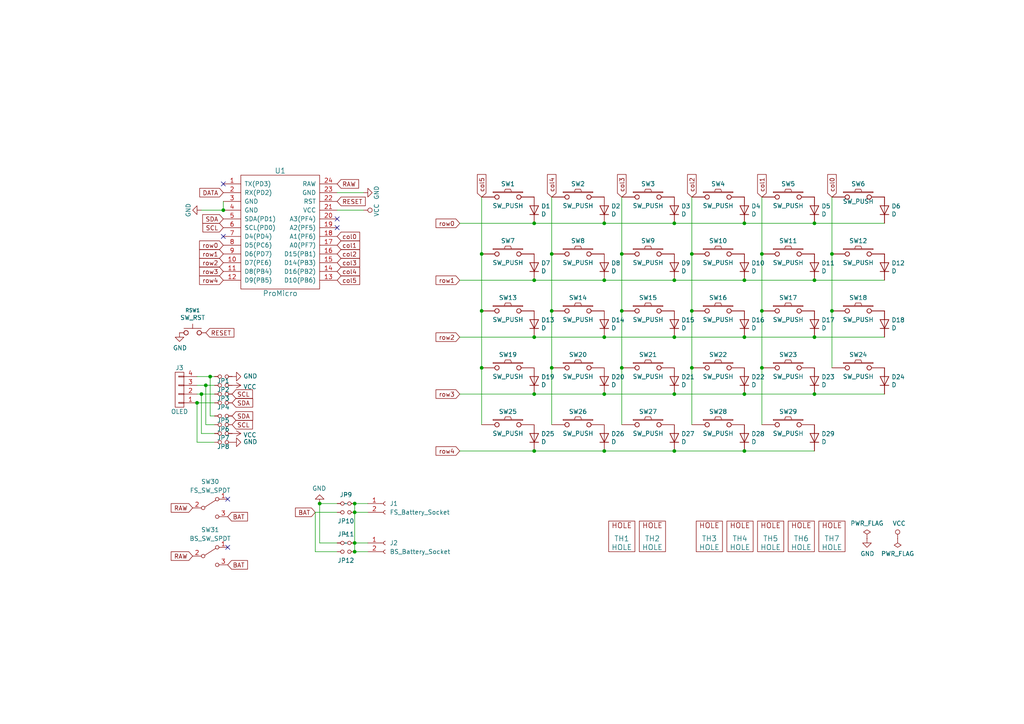
<source format=kicad_sch>
(kicad_sch (version 20230121) (generator eeschema)
  (paper "A4")
  (lib_symbols
    (symbol "Connector:Conn_01x02_Socket" (pin_names (offset 1.016) hide)
      (property "Reference" "J" (at 0 2.54 0))
      (property "Value" "Conn_01x02_Socket" (at 0 -5.08 0))
      (symbol "Conn_01x02_Socket_1_1"
        (arc (start 0 -2.032) (mid -0.5058 -2.54) (end 0 -3.048) (stroke (width 0.1524)))
        (polyline (pts (xy -1.27 -2.54) (xy -0.508 -2.54)) (stroke (width 0.1524)))
        (polyline (pts (xy -1.27 0) (xy -0.508 0)) (stroke (width 0.1524)))
        (arc (start 0 0.508) (mid -0.5058 0) (end 0 -0.508) (stroke (width 0.1524)))
        (pin passive line (at -5.08 0 0) (length 3.81) (name "Pin_1") (number "1"))
        (pin passive line (at -5.08 -2.54 0) (length 3.81) (name "Pin_2") (number "2"))
      )
    )
    (symbol "Lily58_Pro-rescue:D-Lily58-cache" (pin_numbers hide) (pin_names (offset 1.016) hide)
      (property "Reference" "D" (at 0 2.54 0))
      (property "Value" "Lily58-cache:D" (at 0 -2.54 0))
      (symbol "D-Lily58-cache_0_1"
        (polyline (pts (xy -1.27 1.27) (xy -1.27 -1.27)) (stroke (width 0.2032)))
        (polyline (pts (xy 1.27 0) (xy -1.27 0)))
        (polyline (pts (xy 1.27 1.27) (xy 1.27 -1.27) (xy -1.27 0) (xy 1.27 1.27)) (stroke (width 0.2032)))
      )
      (symbol "D-Lily58-cache_1_1"
        (pin passive line (at -3.81 0 0) (length 2.54) (name "K") (number "1"))
        (pin passive line (at 3.81 0 180) (length 2.54) (name "A") (number "2"))
      )
    )
    (symbol "Lily58_Pro-rescue:GND-Lily58-cache" (power) (pin_names (offset 0))
      (property "Value" "GND-Lily58-cache" (at 0 -3.81 0))
      (symbol "GND-Lily58-cache_1_1"
        (polyline (pts (xy 0 0) (xy 0 -1.27) (xy 1.27 -1.27) (xy 0 -2.54) (xy -1.27 -1.27) (xy 0 -1.27)))
        (pin power_in line (at 0 0 0) (length 0) hide (name "GND") (number "1"))
      )
    )
    (symbol "Lily58_Pro-rescue:HOLE-Lily58-cache" (pin_names (offset 1.016))
      (property "Reference" "U" (at 0 0 0))
      (property "Value" "Lily58-cache:HOLE" (at 0 -5.08 0))
      (symbol "HOLE-Lily58-cache_0_0"
        (text "HOLE" (at 0 3.81 0) (effects (font (size 1.524 1.524))))
      )
      (symbol "HOLE-Lily58-cache_0_1"
        (rectangle (start 3.81 5.08) (end -3.81 -3.81))
      )
    )
    (symbol "Lily58_Pro-rescue:Jumper_NO_Small-Device" (pin_numbers hide) (pin_names (offset 0.762) hide)
      (property "Reference" "JP" (at 0 2.032 0))
      (property "Value" "Device:Jumper_NO_Small" (at 0.254 -1.524 0))
      (symbol "Jumper_NO_Small-Device_0_1"
        (circle (center -1.016 0) (radius 0.508))
        (circle (center 1.016 0) (radius 0.508))
        (pin passive line (at -2.54 0 0) (length 1.016) (name "1") (number "1"))
        (pin passive line (at 2.54 0 180) (length 1.016) (name "2") (number "2"))
      )
    )
    (symbol "Lily58_Pro-rescue:OLED-Lily58-cache" (pin_names (offset 1.016) hide)
      (property "Reference" "J" (at 0 6.35 0))
      (property "Value" "Lily58-cache:OLED" (at 2.54 0 90))
      (symbol "OLED-Lily58-cache_0_1"
        (rectangle (start -1.27 -3.683) (end 0.254 -3.937))
        (rectangle (start -1.27 -1.143) (end 0.254 -1.397))
        (rectangle (start -1.27 1.397) (end 0.254 1.143))
        (rectangle (start -1.27 3.937) (end 0.254 3.683))
        (rectangle (start -1.27 5.08) (end 1.27 -5.08))
      )
      (symbol "OLED-Lily58-cache_1_1"
        (pin passive line (at -5.08 3.81 0) (length 3.81) (name "P1") (number "1"))
        (pin passive line (at -5.08 1.27 0) (length 3.81) (name "P2") (number "2"))
        (pin passive line (at -5.08 -1.27 0) (length 3.81) (name "P3") (number "3"))
        (pin passive line (at -5.08 -3.81 0) (length 3.81) (name "P4") (number "4"))
      )
    )
    (symbol "Lily58_Pro-rescue:PWR_FLAG-Lily58-cache" (power) (pin_numbers hide) (pin_names (offset 0) hide)
      (property "Value" "PWR_FLAG-Lily58-cache" (at 0 3.81 0))
      (symbol "PWR_FLAG-Lily58-cache_0_0"
        (pin power_out line (at 0 0 90) (length 0) (name "pwr") (number "1"))
      )
      (symbol "PWR_FLAG-Lily58-cache_0_1"
        (polyline (pts (xy 0 0) (xy 0 1.27) (xy -1.016 1.905) (xy 0 2.54) (xy 1.016 1.905) (xy 0 1.27)))
      )
    )
    (symbol "Lily58_Pro-rescue:ProMicro_2-Lily58-cache" (pin_names (offset 1.016))
      (property "Reference" "U" (at 0 17.78 0))
      (property "Value" "Lily58-cache:ProMicro_2" (at 0 -17.78 0))
      (symbol "ProMicro_2-Lily58-cache_0_1"
        (rectangle (start -11.43 16.51) (end 11.43 -16.51))
      )
      (symbol "ProMicro_2-Lily58-cache_1_1"
        (pin input line (at -16.51 13.97 0) (length 5.08) (name "TX(PD3)") (number "1"))
        (pin input line (at -16.51 -8.89 0) (length 5.08) (name "D7(PE6)") (number "10"))
        (pin input line (at -16.51 -11.43 0) (length 5.08) (name "D8(PB4)") (number "11"))
        (pin input line (at -16.51 -13.97 0) (length 5.08) (name "D9(PB5)") (number "12"))
        (pin input line (at 16.51 -13.97 180) (length 5.08) (name "D10(PB6)") (number "13"))
        (pin input line (at 16.51 -11.43 180) (length 5.08) (name "D16(PB2)") (number "14"))
        (pin input line (at 16.51 -8.89 180) (length 5.08) (name "D14(PB3)") (number "15"))
        (pin input line (at 16.51 -6.35 180) (length 5.08) (name "D15(PB1)") (number "16"))
        (pin input line (at 16.51 -3.81 180) (length 5.08) (name "A0(PF7)") (number "17"))
        (pin input line (at 16.51 -1.27 180) (length 5.08) (name "A1(PF6)") (number "18"))
        (pin input line (at 16.51 1.27 180) (length 5.08) (name "A2(PF5)") (number "19"))
        (pin input line (at -16.51 11.43 0) (length 5.08) (name "RX(PD2)") (number "2"))
        (pin input line (at 16.51 3.81 180) (length 5.08) (name "A3(PF4)") (number "20"))
        (pin input line (at 16.51 6.35 180) (length 5.08) (name "VCC") (number "21"))
        (pin input line (at 16.51 8.89 180) (length 5.08) (name "RST") (number "22"))
        (pin input line (at 16.51 11.43 180) (length 5.08) (name "GND") (number "23"))
        (pin input line (at 16.51 13.97 180) (length 5.08) (name "RAW") (number "24"))
        (pin input line (at -16.51 8.89 0) (length 5.08) (name "GND") (number "3"))
        (pin input line (at -16.51 6.35 0) (length 5.08) (name "GND") (number "4"))
        (pin input line (at -16.51 3.81 0) (length 5.08) (name "SDA(PD1)") (number "5"))
        (pin input line (at -16.51 1.27 0) (length 5.08) (name "SCL(PD0)") (number "6"))
        (pin input line (at -16.51 -1.27 0) (length 5.08) (name "D4(PD4)") (number "7"))
        (pin input line (at -16.51 -3.81 0) (length 5.08) (name "D5(PC6)") (number "8"))
        (pin input line (at -16.51 -6.35 0) (length 5.08) (name "D6(PD7)") (number "9"))
      )
    )
    (symbol "Lily58_Pro-rescue:SW_PUSH-Lily58-cache" (pin_numbers hide) (pin_names (offset 1.016) hide)
      (property "Reference" "SW" (at 3.81 2.794 0))
      (property "Value" "Lily58-cache:SW_PUSH" (at 0 -2.032 0))
      (symbol "SW_PUSH-Lily58-cache_0_1"
        (rectangle (start -4.318 1.27) (end 4.318 1.524))
        (polyline (pts (xy -1.016 1.524) (xy -0.762 2.286) (xy 0.762 2.286) (xy 1.016 1.524)))
        (pin passive inverted (at -7.62 0 0) (length 5.08) (name "1") (number "1"))
        (pin passive inverted (at 7.62 0 180) (length 5.08) (name "2") (number "2"))
      )
    )
    (symbol "Lily58_Pro-rescue:SW_RST-Lily58-cache" (pin_numbers hide) (pin_names (offset 1.016) hide)
      (property "Reference" "RSW" (at 2.54 2.54 0))
      (property "Value" "Lily58-cache:SW_RST" (at 0 -2.54 0))
      (symbol "SW_RST-Lily58-cache_0_1"
        (polyline (pts (xy -2.54 1.27) (xy 2.54 1.27)))
        (polyline (pts (xy 0 2.54) (xy 0 1.27)))
        (pin passive inverted (at -3.81 0 0) (length 2.54) (name "1") (number "1"))
        (pin passive inverted (at 3.81 0 180) (length 2.54) (name "2") (number "2"))
      )
    )
    (symbol "Lily58_Pro-rescue:VCC-Lily58-cache" (power) (pin_names (offset 0))
      (property "Value" "VCC-Lily58-cache" (at 0 3.81 0))
      (symbol "VCC-Lily58-cache_0_1"
        (polyline (pts (xy 0 0) (xy 0 1.27)))
        (circle (center 0 1.905) (radius 0.635))
      )
      (symbol "VCC-Lily58-cache_1_1"
        (pin power_in line (at 0 0 90) (length 0) hide (name "VCC") (number "1"))
      )
    )
    (symbol "Switch:SW_SPDT" (pin_names (offset 0) hide)
      (property "Reference" "SW" (at 0 4.318 0))
      (property "Value" "SW_SPDT" (at 0 -5.08 0))
      (symbol "SW_SPDT_0_0"
        (circle (center -2.032 0) (radius 0.508))
        (circle (center 2.032 -2.54) (radius 0.508))
      )
      (symbol "SW_SPDT_0_1"
        (polyline (pts (xy -1.524 0.254) (xy 1.651 2.286)))
        (circle (center 2.032 2.54) (radius 0.508))
      )
      (symbol "SW_SPDT_1_1"
        (pin passive line (at 5.08 2.54 180) (length 2.54) (name "A") (number "1"))
        (pin passive line (at -5.08 0 0) (length 2.54) (name "B") (number "2"))
        (pin passive line (at 5.08 -2.54 180) (length 2.54) (name "C") (number "3"))
      )
    )
    (symbol "power:GND" (power) (pin_names (offset 0))
      (property "Value" "GND" (at 0 -3.81 0))
      (symbol "GND_0_1"
        (polyline (pts (xy 0 0) (xy 0 -1.27) (xy 1.27 -1.27) (xy 0 -2.54) (xy -1.27 -1.27) (xy 0 -1.27)))
      )
      (symbol "GND_1_1"
        (pin power_in line (at 0 0 270) (length 0) hide (name "GND") (number "1"))
      )
    )
    (symbol "power:VCC" (power) (pin_names (offset 0))
      (property "Value" "VCC" (at 0 3.81 0))
      (symbol "VCC_0_1"
        (polyline (pts (xy -0.762 1.27) (xy 0 2.54)))
        (polyline (pts (xy 0 0) (xy 0 2.54)))
        (polyline (pts (xy 0 2.54) (xy 0.762 1.27)))
      )
      (symbol "VCC_1_1"
        (pin power_in line (at 0 0 90) (length 0) hide (name "VCC") (number "1"))
      )
    )
  )
  (junction (at 102.87 160.02))
  (junction (at 102.87 157.48))
  (junction (at 102.87 148.59))
  (junction (at 195.58 64.77))
  (junction (at 215.9 81.28))
  (junction (at 200.66 73.66))
  (junction (at 160.02 106.68))
  (junction (at 195.58 130.81))
  (junction (at 59.69 111.76))
  (junction (at 180.34 73.66))
  (junction (at 175.26 81.28))
  (junction (at 236.22 81.28))
  (junction (at 241.3 73.66))
  (junction (at 154.94 130.81))
  (junction (at 154.94 64.77))
  (junction (at 175.26 130.81))
  (junction (at 154.94 81.28))
  (junction (at 175.26 64.77))
  (junction (at 160.02 73.66))
  (junction (at 215.9 114.3))
  (junction (at 220.98 106.68))
  (junction (at 60.96 109.22))
  (junction (at 195.58 114.3))
  (junction (at 236.22 64.77))
  (junction (at 215.9 97.79))
  (junction (at 200.66 106.68))
  (junction (at 180.34 90.17))
  (junction (at 215.9 130.81))
  (junction (at 154.94 114.3))
  (junction (at 139.7 73.66))
  (junction (at 215.9 64.77))
  (junction (at 236.22 114.3))
  (junction (at 92.71 146.05))
  (junction (at 64.77 60.96))
  (junction (at 241.3 90.17))
  (junction (at 175.26 97.79))
  (junction (at 195.58 81.28))
  (junction (at 220.98 73.66))
  (junction (at 236.22 97.79))
  (junction (at 139.7 90.17))
  (junction (at 195.58 97.79))
  (junction (at 220.98 90.17))
  (junction (at 180.34 106.68))
  (junction (at 175.26 114.3))
  (junction (at 154.94 97.79))
  (junction (at 102.87 146.05))
  (junction (at 200.66 90.17))
  (junction (at 58.42 114.3))
  (junction (at 160.02 90.17))
  (junction (at 57.15 116.84))
  (junction (at 139.7 106.68))
  (no_connect (at 64.77 53.34))
  (no_connect (at 66.04 158.75))
  (no_connect (at 97.79 66.04))
  (no_connect (at 97.79 63.5))
  (no_connect (at 64.77 68.58))
  (no_connect (at 66.04 144.78))
  (wire (pts (xy 59.69 111.76) (xy 62.23 111.76)))
  (wire (pts (xy 139.7 90.17) (xy 139.7 106.68)))
  (wire (pts (xy 215.9 97.79) (xy 236.22 97.79)))
  (wire (pts (xy 195.58 130.81) (xy 215.9 130.81)))
  (wire (pts (xy 57.15 128.27) (xy 62.23 128.27)))
  (wire (pts (xy 102.87 146.05) (xy 102.87 148.59)))
  (wire (pts (xy 97.79 148.59) (xy 91.44 148.59)))
  (wire (pts (xy 154.94 64.77) (xy 133.35 64.77)))
  (wire (pts (xy 215.9 114.3) (xy 236.22 114.3)))
  (wire (pts (xy 200.66 57.15) (xy 200.66 73.66)))
  (wire (pts (xy 200.66 90.17) (xy 200.66 106.68)))
  (wire (pts (xy 60.96 109.22) (xy 60.96 120.65)))
  (wire (pts (xy 180.34 57.15) (xy 180.34 73.66)))
  (wire (pts (xy 154.94 97.79) (xy 133.35 97.79)))
  (wire (pts (xy 139.7 57.15) (xy 139.7 73.66)))
  (wire (pts (xy 160.02 90.17) (xy 160.02 106.68)))
  (wire (pts (xy 236.22 97.79) (xy 256.54 97.79)))
  (wire (pts (xy 58.42 125.73) (xy 62.23 125.73)))
  (wire (pts (xy 91.44 160.02) (xy 97.79 160.02)))
  (wire (pts (xy 175.26 114.3) (xy 195.58 114.3)))
  (wire (pts (xy 215.9 81.28) (xy 236.22 81.28)))
  (wire (pts (xy 59.69 111.76) (xy 59.69 123.19)))
  (wire (pts (xy 97.79 55.88) (xy 105.41 55.88)))
  (wire (pts (xy 215.9 130.81) (xy 236.22 130.81)))
  (wire (pts (xy 236.22 64.77) (xy 256.54 64.77)))
  (wire (pts (xy 91.44 148.59) (xy 91.44 160.02)))
  (wire (pts (xy 175.26 81.28) (xy 154.94 81.28)))
  (wire (pts (xy 154.94 114.3) (xy 133.35 114.3)))
  (wire (pts (xy 57.15 111.76) (xy 59.69 111.76)))
  (wire (pts (xy 139.7 73.66) (xy 139.7 90.17)))
  (wire (pts (xy 64.77 60.96) (xy 58.42 60.96)))
  (wire (pts (xy 220.98 57.15) (xy 220.98 73.66)))
  (wire (pts (xy 180.34 90.17) (xy 180.34 106.68)))
  (wire (pts (xy 97.79 60.96) (xy 105.41 60.96)))
  (wire (pts (xy 58.42 114.3) (xy 58.42 125.73)))
  (wire (pts (xy 160.02 73.66) (xy 160.02 90.17)))
  (wire (pts (xy 236.22 114.3) (xy 256.54 114.3)))
  (wire (pts (xy 57.15 114.3) (xy 58.42 114.3)))
  (wire (pts (xy 57.15 109.22) (xy 60.96 109.22)))
  (wire (pts (xy 180.34 106.68) (xy 180.34 123.19)))
  (wire (pts (xy 195.58 81.28) (xy 215.9 81.28)))
  (wire (pts (xy 92.71 157.48) (xy 92.71 146.05)))
  (wire (pts (xy 175.26 81.28) (xy 195.58 81.28)))
  (wire (pts (xy 175.26 130.81) (xy 195.58 130.81)))
  (wire (pts (xy 180.34 73.66) (xy 180.34 90.17)))
  (wire (pts (xy 160.02 57.15) (xy 160.02 73.66)))
  (wire (pts (xy 241.3 73.66) (xy 241.3 57.15)))
  (wire (pts (xy 220.98 106.68) (xy 220.98 90.17)))
  (wire (pts (xy 195.58 114.3) (xy 215.9 114.3)))
  (wire (pts (xy 59.69 123.19) (xy 62.23 123.19)))
  (wire (pts (xy 220.98 73.66) (xy 220.98 90.17)))
  (wire (pts (xy 195.58 64.77) (xy 215.9 64.77)))
  (wire (pts (xy 195.58 97.79) (xy 215.9 97.79)))
  (wire (pts (xy 60.96 120.65) (xy 62.23 120.65)))
  (wire (pts (xy 102.87 146.05) (xy 106.68 146.05)))
  (wire (pts (xy 175.26 64.77) (xy 195.58 64.77)))
  (wire (pts (xy 236.22 81.28) (xy 256.54 81.28)))
  (wire (pts (xy 102.87 148.59) (xy 102.87 157.48)))
  (wire (pts (xy 60.96 109.22) (xy 62.23 109.22)))
  (wire (pts (xy 175.26 64.77) (xy 154.94 64.77)))
  (wire (pts (xy 139.7 106.68) (xy 139.7 123.19)))
  (wire (pts (xy 154.94 81.28) (xy 133.35 81.28)))
  (wire (pts (xy 200.66 73.66) (xy 200.66 90.17)))
  (wire (pts (xy 220.98 106.68) (xy 220.98 123.19)))
  (wire (pts (xy 102.87 148.59) (xy 106.68 148.59)))
  (wire (pts (xy 62.23 116.84) (xy 57.15 116.84)))
  (wire (pts (xy 200.66 106.68) (xy 200.66 123.19)))
  (wire (pts (xy 175.26 114.3) (xy 154.94 114.3)))
  (wire (pts (xy 102.87 157.48) (xy 106.68 157.48)))
  (wire (pts (xy 241.3 90.17) (xy 241.3 106.68)))
  (wire (pts (xy 102.87 160.02) (xy 106.68 160.02)))
  (wire (pts (xy 175.26 97.79) (xy 154.94 97.79)))
  (wire (pts (xy 58.42 114.3) (xy 62.23 114.3)))
  (wire (pts (xy 64.77 58.42) (xy 64.77 60.96)))
  (wire (pts (xy 57.15 116.84) (xy 57.15 128.27)))
  (wire (pts (xy 236.22 64.77) (xy 215.9 64.77)))
  (wire (pts (xy 241.3 90.17) (xy 241.3 73.66)))
  (wire (pts (xy 97.79 157.48) (xy 92.71 157.48)))
  (wire (pts (xy 102.87 157.48) (xy 102.87 160.02)))
  (wire (pts (xy 97.79 146.05) (xy 92.71 146.05)))
  (wire (pts (xy 133.35 130.81) (xy 154.94 130.81)))
  (wire (pts (xy 160.02 106.68) (xy 160.02 123.19)))
  (wire (pts (xy 154.94 130.81) (xy 175.26 130.81)))
  (wire (pts (xy 175.26 97.79) (xy 195.58 97.79)))
  (global_label "col3" (shape input) (at 180.34 57.15 90) (property "Intersheetrefs" "${INTERSHEET_REFS}" (effects hide)))
  (global_label "row0" (shape input) (at 64.77 71.12 180) (property "Intersheetrefs" "${INTERSHEET_REFS}" (effects hide)))
  (global_label "BAT" (shape input) (at 66.04 163.83 0) (property "Intersheetrefs" "${INTERSHEET_REFS}" (effects hide)))
  (global_label "BAT" (shape input) (at 66.04 149.86 0) (property "Intersheetrefs" "${INTERSHEET_REFS}" (effects hide)))
  (global_label "row3" (shape input) (at 64.77 78.74 180) (property "Intersheetrefs" "${INTERSHEET_REFS}" (effects hide)))
  (global_label "BAT" (shape input) (at 91.44 148.59 180) (property "Intersheetrefs" "${INTERSHEET_REFS}" (effects hide)))
  (global_label "SCL" (shape input) (at 67.31 123.19 0) (property "Intersheetrefs" "${INTERSHEET_REFS}" (effects hide)))
  (global_label "col4" (shape input) (at 160.02 57.15 90) (property "Intersheetrefs" "${INTERSHEET_REFS}" (effects hide)))
  (global_label "col2" (shape input) (at 200.66 57.15 90) (property "Intersheetrefs" "${INTERSHEET_REFS}" (effects hide)))
  (global_label "col1" (shape input) (at 97.79 71.12 0) (property "Intersheetrefs" "${INTERSHEET_REFS}" (effects hide)))
  (global_label "SCL" (shape input) (at 64.77 66.04 180) (property "Intersheetrefs" "${INTERSHEET_REFS}" (effects hide)))
  (global_label "row0" (shape input) (at 133.35 64.77 180) (property "Intersheetrefs" "${INTERSHEET_REFS}" (effects hide)))
  (global_label "SDA" (shape input) (at 67.31 116.84 0) (property "Intersheetrefs" "${INTERSHEET_REFS}" (effects hide)))
  (global_label "col2" (shape input) (at 97.79 73.66 0) (property "Intersheetrefs" "${INTERSHEET_REFS}" (effects hide)))
  (global_label "RAW" (shape input) (at 55.88 161.29 180) (property "Intersheetrefs" "${INTERSHEET_REFS}" (effects hide)))
  (global_label "row1" (shape input) (at 133.35 81.28 180) (property "Intersheetrefs" "${INTERSHEET_REFS}" (effects hide)))
  (global_label "col3" (shape input) (at 97.79 76.2 0) (property "Intersheetrefs" "${INTERSHEET_REFS}" (effects hide)))
  (global_label "row2" (shape input) (at 133.35 97.79 180) (property "Intersheetrefs" "${INTERSHEET_REFS}" (effects hide)))
  (global_label "row4" (shape input) (at 64.77 81.28 180) (property "Intersheetrefs" "${INTERSHEET_REFS}" (effects hide)))
  (global_label "row4" (shape input) (at 133.35 130.81 180) (property "Intersheetrefs" "${INTERSHEET_REFS}" (effects hide)))
  (global_label "RESET" (shape input) (at 97.79 58.42 0) (property "Intersheetrefs" "${INTERSHEET_REFS}" (effects hide)))
  (global_label "RESET" (shape input) (at 59.69 96.52 0) (property "Intersheetrefs" "${INTERSHEET_REFS}" (effects hide)))
  (global_label "SCL" (shape input) (at 67.31 114.3 0) (property "Intersheetrefs" "${INTERSHEET_REFS}" (effects hide)))
  (global_label "row2" (shape input) (at 64.77 76.2 180) (property "Intersheetrefs" "${INTERSHEET_REFS}" (effects hide)))
  (global_label "SDA" (shape input) (at 64.77 63.5 180) (property "Intersheetrefs" "${INTERSHEET_REFS}" (effects hide)))
  (global_label "row1" (shape input) (at 64.77 73.66 180) (property "Intersheetrefs" "${INTERSHEET_REFS}" (effects hide)))
  (global_label "SDA" (shape input) (at 67.31 120.65 0) (property "Intersheetrefs" "${INTERSHEET_REFS}" (effects hide)))
  (global_label "row3" (shape input) (at 133.35 114.3 180) (property "Intersheetrefs" "${INTERSHEET_REFS}" (effects hide)))
  (global_label "RAW" (shape input) (at 97.79 53.34 0) (property "Intersheetrefs" "${INTERSHEET_REFS}" (effects hide)))
  (global_label "DATA" (shape input) (at 64.77 55.88 180) (property "Intersheetrefs" "${INTERSHEET_REFS}" (effects hide)))
  (global_label "col1" (shape input) (at 220.98 57.15 90) (property "Intersheetrefs" "${INTERSHEET_REFS}" (effects hide)))
  (global_label "col0" (shape input) (at 241.3 57.15 90) (property "Intersheetrefs" "${INTERSHEET_REFS}" (effects hide)))
  (global_label "col4" (shape input) (at 97.79 78.74 0) (property "Intersheetrefs" "${INTERSHEET_REFS}" (effects hide)))
  (global_label "col5" (shape input) (at 139.7 57.15 90) (property "Intersheetrefs" "${INTERSHEET_REFS}" (effects hide)))
  (global_label "col5" (shape input) (at 97.79 81.28 0) (property "Intersheetrefs" "${INTERSHEET_REFS}" (effects hide)))
  (global_label "RAW" (shape input) (at 55.88 147.32 180) (property "Intersheetrefs" "${INTERSHEET_REFS}" (effects hide)))
  (global_label "col0" (shape input) (at 97.79 68.58 0) (property "Intersheetrefs" "${INTERSHEET_REFS}" (effects hide)))
  (symbol (lib_id "Lily58_Pro-rescue:ProMicro_2-Lily58-cache") (at 81.28 67.31 0) (unit 1)
    (property "Reference" "U1" (at 81.28 49.53 0) (effects (font (size 1.524 1.524))))
    (property "Value" "ProMicro" (at 81.28 85.09 0) (effects (font (size 1.524 1.524))))
    (property "Footprint" "Lily58_Pro:ProMicro_rev2" (effects hide))
  )
  (symbol (lib_id "Lily58_Pro-rescue:SW_PUSH-Lily58-cache") (at 147.32 123.19 0) (unit 1)
    (property "Reference" "SW25" (at 147.32 119.38 0))
    (property "Value" "SW_PUSH" (at 147.32 125.73 0))
    (property "Footprint" "Lily58_Pro:MX_Choc_Hotswap" (effects hide))
  )
  (symbol (lib_id "Lily58_Pro-rescue:SW_PUSH-Lily58-cache") (at 167.64 123.19 0) (unit 1)
    (property "Reference" "SW26" (at 167.64 119.38 0))
    (property "Value" "SW_PUSH" (at 167.64 125.73 0))
    (property "Footprint" "Lily58_Pro:MX_Choc_Hotswap" (effects hide))
  )
  (symbol (lib_id "Lily58_Pro-rescue:SW_PUSH-Lily58-cache") (at 147.32 57.15 0) (unit 1)
    (property "Reference" "SW1" (at 147.32 53.34 0))
    (property "Value" "SW_PUSH" (at 147.32 59.69 0))
    (property "Footprint" "Lily58_Pro:MX_Choc_Hotswap" (effects hide))
  )
  (symbol (lib_id "Lily58_Pro-rescue:D-Lily58-cache") (at 154.94 60.96 90) (unit 1)
    (property "Reference" "D1" (at 156.9466 59.7916 90) (effects (justify right)))
    (property "Value" "D" (at 156.9466 62.103 90) (effects (justify right)))
    (property "Footprint" "Lily58_Pro:Diode_TH_SOD123" (effects hide))
  )
  (symbol (lib_id "Lily58_Pro-rescue:SW_PUSH-Lily58-cache") (at 167.64 57.15 0) (unit 1)
    (property "Reference" "SW2" (at 167.64 53.34 0))
    (property "Value" "SW_PUSH" (at 167.64 59.69 0))
    (property "Footprint" "Lily58_Pro:MX_Choc_Hotswap" (effects hide))
  )
  (symbol (lib_id "Lily58_Pro-rescue:D-Lily58-cache") (at 175.26 60.96 90) (unit 1)
    (property "Reference" "D2" (at 177.2666 59.7916 90) (effects (justify right)))
    (property "Value" "D" (at 177.2666 62.103 90) (effects (justify right)))
    (property "Footprint" "Lily58_Pro:Diode_TH_SOD123" (effects hide))
  )
  (symbol (lib_id "Lily58_Pro-rescue:SW_PUSH-Lily58-cache") (at 187.96 57.15 0) (unit 1)
    (property "Reference" "SW3" (at 187.96 53.34 0))
    (property "Value" "SW_PUSH" (at 187.96 59.69 0))
    (property "Footprint" "Lily58_Pro:MX_Choc_Hotswap" (effects hide))
  )
  (symbol (lib_id "Lily58_Pro-rescue:D-Lily58-cache") (at 195.58 60.96 90) (unit 1)
    (property "Reference" "D3" (at 197.5866 59.7916 90) (effects (justify right)))
    (property "Value" "D" (at 197.5866 62.103 90) (effects (justify right)))
    (property "Footprint" "Lily58_Pro:Diode_TH_SOD123" (effects hide))
  )
  (symbol (lib_id "Lily58_Pro-rescue:SW_PUSH-Lily58-cache") (at 208.28 57.15 0) (unit 1)
    (property "Reference" "SW4" (at 208.28 53.34 0))
    (property "Value" "SW_PUSH" (at 208.28 59.69 0))
    (property "Footprint" "Lily58_Pro:MX_Choc_Hotswap" (effects hide))
  )
  (symbol (lib_id "Lily58_Pro-rescue:D-Lily58-cache") (at 215.9 60.96 90) (unit 1)
    (property "Reference" "D4" (at 217.9066 59.7916 90) (effects (justify right)))
    (property "Value" "D" (at 217.9066 62.103 90) (effects (justify right)))
    (property "Footprint" "Lily58_Pro:Diode_TH_SOD123" (effects hide))
  )
  (symbol (lib_id "Lily58_Pro-rescue:SW_PUSH-Lily58-cache") (at 228.6 57.15 0) (unit 1)
    (property "Reference" "SW5" (at 228.6 53.34 0))
    (property "Value" "SW_PUSH" (at 228.6 59.69 0))
    (property "Footprint" "Lily58_Pro:MX_Choc_Hotswap" (effects hide))
  )
  (symbol (lib_id "Lily58_Pro-rescue:D-Lily58-cache") (at 236.22 60.96 90) (unit 1)
    (property "Reference" "D5" (at 238.2266 59.7916 90) (effects (justify right)))
    (property "Value" "D" (at 238.2266 62.103 90) (effects (justify right)))
    (property "Footprint" "Lily58_Pro:Diode_TH_SOD123" (effects hide))
  )
  (symbol (lib_id "Lily58_Pro-rescue:SW_PUSH-Lily58-cache") (at 248.92 57.15 0) (unit 1)
    (property "Reference" "SW6" (at 248.92 53.34 0))
    (property "Value" "SW_PUSH" (at 248.92 58.42 0))
    (property "Footprint" "Lily58_Pro:MX_Choc_Hotswap" (effects hide))
  )
  (symbol (lib_id "Lily58_Pro-rescue:D-Lily58-cache") (at 256.54 60.96 90) (unit 1)
    (property "Reference" "D6" (at 258.5466 59.7916 90) (effects (justify right)))
    (property "Value" "D" (at 258.5466 62.103 90) (effects (justify right)))
    (property "Footprint" "Lily58_Pro:Diode_TH_SOD123" (effects hide))
  )
  (symbol (lib_id "Lily58_Pro-rescue:SW_PUSH-Lily58-cache") (at 167.64 73.66 0) (unit 1)
    (property "Reference" "SW8" (at 167.64 69.85 0))
    (property "Value" "SW_PUSH" (at 167.64 76.2 0))
    (property "Footprint" "Lily58_Pro:MX_Choc_Hotswap" (effects hide))
  )
  (symbol (lib_id "Lily58_Pro-rescue:SW_PUSH-Lily58-cache") (at 187.96 73.66 0) (unit 1)
    (property "Reference" "SW9" (at 187.96 69.85 0))
    (property "Value" "SW_PUSH" (at 187.96 76.2 0))
    (property "Footprint" "Lily58_Pro:MX_Choc_Hotswap" (effects hide))
  )
  (symbol (lib_id "Lily58_Pro-rescue:SW_PUSH-Lily58-cache") (at 208.28 73.66 0) (unit 1)
    (property "Reference" "SW10" (at 208.28 69.85 0))
    (property "Value" "SW_PUSH" (at 208.28 76.2 0))
    (property "Footprint" "Lily58_Pro:MX_Choc_Hotswap" (effects hide))
  )
  (symbol (lib_id "Lily58_Pro-rescue:SW_PUSH-Lily58-cache") (at 228.6 73.66 0) (unit 1)
    (property "Reference" "SW11" (at 228.6 69.85 0))
    (property "Value" "SW_PUSH" (at 228.6 76.2 0))
    (property "Footprint" "Lily58_Pro:MX_Choc_Hotswap" (effects hide))
  )
  (symbol (lib_id "Lily58_Pro-rescue:SW_PUSH-Lily58-cache") (at 248.92 73.66 0) (unit 1)
    (property "Reference" "SW12" (at 248.92 69.85 0))
    (property "Value" "SW_PUSH" (at 248.92 76.2 0))
    (property "Footprint" "Lily58_Pro:MX_Choc_Hotswap" (effects hide))
  )
  (symbol (lib_id "Lily58_Pro-rescue:SW_PUSH-Lily58-cache") (at 147.32 73.66 0) (unit 1)
    (property "Reference" "SW7" (at 147.32 69.85 0))
    (property "Value" "SW_PUSH" (at 147.32 76.2 0))
    (property "Footprint" "Lily58_Pro:MX_Choc_Hotswap" (effects hide))
  )
  (symbol (lib_id "Lily58_Pro-rescue:D-Lily58-cache") (at 154.94 77.47 90) (unit 1)
    (property "Reference" "D7" (at 156.9466 76.3016 90) (effects (justify right)))
    (property "Value" "D" (at 156.9466 78.613 90) (effects (justify right)))
    (property "Footprint" "Lily58_Pro:Diode_TH_SOD123" (effects hide))
  )
  (symbol (lib_id "Lily58_Pro-rescue:D-Lily58-cache") (at 175.26 77.47 90) (unit 1)
    (property "Reference" "D8" (at 177.2666 76.3016 90) (effects (justify right)))
    (property "Value" "D" (at 177.2666 78.613 90) (effects (justify right)))
    (property "Footprint" "Lily58_Pro:Diode_TH_SOD123" (effects hide))
  )
  (symbol (lib_id "Lily58_Pro-rescue:D-Lily58-cache") (at 195.58 77.47 90) (unit 1)
    (property "Reference" "D9" (at 197.5866 76.3016 90) (effects (justify right)))
    (property "Value" "D" (at 197.5866 78.613 90) (effects (justify right)))
    (property "Footprint" "Lily58_Pro:Diode_TH_SOD123" (effects hide))
  )
  (symbol (lib_id "Lily58_Pro-rescue:D-Lily58-cache") (at 215.9 77.47 90) (unit 1)
    (property "Reference" "D10" (at 217.9066 76.3016 90) (effects (justify right)))
    (property "Value" "D" (at 217.9066 78.613 90) (effects (justify right)))
    (property "Footprint" "Lily58_Pro:Diode_TH_SOD123" (effects hide))
  )
  (symbol (lib_id "Lily58_Pro-rescue:D-Lily58-cache") (at 236.22 77.47 90) (unit 1)
    (property "Reference" "D11" (at 238.2266 76.3016 90) (effects (justify right)))
    (property "Value" "D" (at 238.2266 78.613 90) (effects (justify right)))
    (property "Footprint" "Lily58_Pro:Diode_TH_SOD123" (effects hide))
  )
  (symbol (lib_id "Lily58_Pro-rescue:D-Lily58-cache") (at 256.54 77.47 90) (unit 1)
    (property "Reference" "D12" (at 258.5466 76.3016 90) (effects (justify right)))
    (property "Value" "D" (at 258.5466 78.613 90) (effects (justify right)))
    (property "Footprint" "Lily58_Pro:Diode_TH_SOD123" (effects hide))
  )
  (symbol (lib_id "Lily58_Pro-rescue:SW_PUSH-Lily58-cache") (at 147.32 90.17 0) (unit 1)
    (property "Reference" "SW13" (at 147.32 86.36 0))
    (property "Value" "SW_PUSH" (at 147.32 92.71 0))
    (property "Footprint" "Lily58_Pro:MX_Choc_Hotswap" (effects hide))
  )
  (symbol (lib_id "Lily58_Pro-rescue:SW_PUSH-Lily58-cache") (at 167.64 90.17 0) (unit 1)
    (property "Reference" "SW14" (at 167.64 86.36 0))
    (property "Value" "SW_PUSH" (at 167.64 92.71 0))
    (property "Footprint" "Lily58_Pro:MX_Choc_Hotswap" (effects hide))
  )
  (symbol (lib_id "Lily58_Pro-rescue:SW_PUSH-Lily58-cache") (at 187.96 90.17 0) (unit 1)
    (property "Reference" "SW15" (at 187.96 86.36 0))
    (property "Value" "SW_PUSH" (at 187.96 92.71 0))
    (property "Footprint" "Lily58_Pro:MX_Choc_Hotswap" (effects hide))
  )
  (symbol (lib_id "Lily58_Pro-rescue:SW_PUSH-Lily58-cache") (at 208.28 90.17 0) (unit 1)
    (property "Reference" "SW16" (at 208.28 86.36 0))
    (property "Value" "SW_PUSH" (at 208.28 92.71 0))
    (property "Footprint" "Lily58_Pro:MX_Choc_Hotswap" (effects hide))
  )
  (symbol (lib_id "Lily58_Pro-rescue:SW_PUSH-Lily58-cache") (at 228.6 90.17 0) (unit 1)
    (property "Reference" "SW17" (at 228.6 86.36 0))
    (property "Value" "SW_PUSH" (at 228.6 92.71 0))
    (property "Footprint" "Lily58_Pro:MX_Choc_Hotswap" (effects hide))
  )
  (symbol (lib_id "Lily58_Pro-rescue:SW_PUSH-Lily58-cache") (at 248.92 90.17 0) (unit 1)
    (property "Reference" "SW18" (at 248.92 86.36 0))
    (property "Value" "SW_PUSH" (at 248.92 92.71 0))
    (property "Footprint" "Lily58_Pro:MX_Choc_Hotswap" (effects hide))
  )
  (symbol (lib_id "Lily58_Pro-rescue:D-Lily58-cache") (at 154.94 93.98 90) (unit 1)
    (property "Reference" "D13" (at 156.9466 92.8116 90) (effects (justify right)))
    (property "Value" "D" (at 156.9466 95.123 90) (effects (justify right)))
    (property "Footprint" "Lily58_Pro:Diode_TH_SOD123" (effects hide))
  )
  (symbol (lib_id "Lily58_Pro-rescue:D-Lily58-cache") (at 175.26 93.98 90) (unit 1)
    (property "Reference" "D14" (at 177.2666 92.8116 90) (effects (justify right)))
    (property "Value" "D" (at 177.2666 95.123 90) (effects (justify right)))
    (property "Footprint" "Lily58_Pro:Diode_TH_SOD123" (effects hide))
  )
  (symbol (lib_id "Lily58_Pro-rescue:D-Lily58-cache") (at 195.58 93.98 90) (unit 1)
    (property "Reference" "D15" (at 197.5866 92.8116 90) (effects (justify right)))
    (property "Value" "D" (at 197.5866 95.123 90) (effects (justify right)))
    (property "Footprint" "Lily58_Pro:Diode_TH_SOD123" (effects hide))
  )
  (symbol (lib_id "Lily58_Pro-rescue:D-Lily58-cache") (at 215.9 93.98 90) (unit 1)
    (property "Reference" "D16" (at 217.9066 92.8116 90) (effects (justify right)))
    (property "Value" "D" (at 217.9066 95.123 90) (effects (justify right)))
    (property "Footprint" "Lily58_Pro:Diode_TH_SOD123" (effects hide))
  )
  (symbol (lib_id "Lily58_Pro-rescue:D-Lily58-cache") (at 236.22 93.98 90) (unit 1)
    (property "Reference" "D17" (at 238.2266 92.8116 90) (effects (justify right)))
    (property "Value" "D" (at 238.2266 95.123 90) (effects (justify right)))
    (property "Footprint" "Lily58_Pro:Diode_TH_SOD123" (effects hide))
  )
  (symbol (lib_id "Lily58_Pro-rescue:D-Lily58-cache") (at 256.54 93.98 90) (unit 1)
    (property "Reference" "D18" (at 258.5466 92.8116 90) (effects (justify right)))
    (property "Value" "D" (at 258.5466 95.123 90) (effects (justify right)))
    (property "Footprint" "Lily58_Pro:Diode_TH_SOD123" (effects hide))
  )
  (symbol (lib_id "Lily58_Pro-rescue:SW_PUSH-Lily58-cache") (at 187.96 106.68 0) (unit 1)
    (property "Reference" "SW21" (at 187.96 102.87 0))
    (property "Value" "SW_PUSH" (at 187.96 109.22 0))
    (property "Footprint" "Lily58_Pro:MX_Choc_Hotswap" (effects hide))
  )
  (symbol (lib_id "Lily58_Pro-rescue:SW_PUSH-Lily58-cache") (at 208.28 106.68 0) (unit 1)
    (property "Reference" "SW22" (at 208.28 102.87 0))
    (property "Value" "SW_PUSH" (at 208.28 109.22 0))
    (property "Footprint" "Lily58_Pro:MX_Choc_Hotswap" (effects hide))
  )
  (symbol (lib_id "Lily58_Pro-rescue:SW_PUSH-Lily58-cache") (at 228.6 106.68 0) (unit 1)
    (property "Reference" "SW23" (at 228.6 102.87 0))
    (property "Value" "SW_PUSH" (at 228.6 109.22 0))
    (property "Footprint" "Lily58_Pro:MX_Choc_Hotswap" (effects hide))
  )
  (symbol (lib_id "Lily58_Pro-rescue:SW_PUSH-Lily58-cache") (at 248.92 106.68 0) (unit 1)
    (property "Reference" "SW24" (at 248.92 102.87 0))
    (property "Value" "SW_PUSH" (at 248.92 109.22 0))
    (property "Footprint" "Lily58_Pro:MX_Choc_Hotswap" (effects hide))
  )
  (symbol (lib_id "Lily58_Pro-rescue:SW_PUSH-Lily58-cache") (at 167.64 106.68 0) (unit 1)
    (property "Reference" "SW20" (at 167.64 102.87 0))
    (property "Value" "SW_PUSH" (at 167.64 109.22 0))
    (property "Footprint" "Lily58_Pro:MX_Choc_Hotswap" (effects hide))
  )
  (symbol (lib_id "Lily58_Pro-rescue:SW_PUSH-Lily58-cache") (at 147.32 106.68 0) (unit 1)
    (property "Reference" "SW19" (at 147.32 102.87 0))
    (property "Value" "SW_PUSH" (at 147.32 109.22 0))
    (property "Footprint" "Lily58_Pro:MX_Choc_Hotswap" (effects hide))
  )
  (symbol (lib_id "Lily58_Pro-rescue:D-Lily58-cache") (at 154.94 110.49 90) (unit 1)
    (property "Reference" "D19" (at 156.9466 109.3216 90) (effects (justify right)))
    (property "Value" "D" (at 156.9466 111.633 90) (effects (justify right)))
    (property "Footprint" "Lily58_Pro:Diode_TH_SOD123" (effects hide))
  )
  (symbol (lib_id "Lily58_Pro-rescue:D-Lily58-cache") (at 175.26 110.49 90) (unit 1)
    (property "Reference" "D20" (at 177.2666 109.3216 90) (effects (justify right)))
    (property "Value" "D" (at 177.2666 111.633 90) (effects (justify right)))
    (property "Footprint" "Lily58_Pro:Diode_TH_SOD123" (effects hide))
  )
  (symbol (lib_id "Lily58_Pro-rescue:D-Lily58-cache") (at 195.58 110.49 90) (unit 1)
    (property "Reference" "D21" (at 197.5866 109.3216 90) (effects (justify right)))
    (property "Value" "D" (at 197.5866 111.633 90) (effects (justify right)))
    (property "Footprint" "Lily58_Pro:Diode_TH_SOD123" (effects hide))
  )
  (symbol (lib_id "Lily58_Pro-rescue:D-Lily58-cache") (at 215.9 110.49 90) (unit 1)
    (property "Reference" "D22" (at 217.9066 109.3216 90) (effects (justify right)))
    (property "Value" "D" (at 217.9066 111.633 90) (effects (justify right)))
    (property "Footprint" "Lily58_Pro:Diode_TH_SOD123" (effects hide))
  )
  (symbol (lib_id "Lily58_Pro-rescue:D-Lily58-cache") (at 236.22 110.49 90) (unit 1)
    (property "Reference" "D23" (at 238.2266 109.3216 90) (effects (justify right)))
    (property "Value" "D" (at 238.2266 111.633 90) (effects (justify right)))
    (property "Footprint" "Lily58_Pro:Diode_TH_SOD123" (effects hide))
  )
  (symbol (lib_id "Lily58_Pro-rescue:D-Lily58-cache") (at 256.54 110.49 90) (unit 1)
    (property "Reference" "D24" (at 258.5466 109.3216 90) (effects (justify right)))
    (property "Value" "D" (at 258.5466 111.633 90) (effects (justify right)))
    (property "Footprint" "Lily58_Pro:Diode_TH_SOD123" (effects hide))
  )
  (symbol (lib_id "Lily58_Pro-rescue:SW_PUSH-Lily58-cache") (at 187.96 123.19 0) (unit 1)
    (property "Reference" "SW27" (at 187.96 119.38 0))
    (property "Value" "SW_PUSH" (at 187.96 125.73 0))
    (property "Footprint" "Lily58_Pro:MX_Choc_Hotswap" (effects hide))
  )
  (symbol (lib_id "Lily58_Pro-rescue:SW_PUSH-Lily58-cache") (at 208.28 123.19 0) (unit 1)
    (property "Reference" "SW28" (at 208.28 119.38 0))
    (property "Value" "SW_PUSH" (at 208.28 125.73 0))
    (property "Footprint" "Lily58_Pro:MX_Choc_Hotswap" (effects hide))
  )
  (symbol (lib_id "Lily58_Pro-rescue:SW_PUSH-Lily58-cache") (at 228.6 123.19 0) (unit 1)
    (property "Reference" "SW29" (at 228.6 119.38 0))
    (property "Value" "SW_PUSH" (at 228.6 125.73 0))
    (property "Footprint" "Lily58_Pro:MX_Choc_Hotswap" (effects hide))
  )
  (symbol (lib_id "Lily58_Pro-rescue:D-Lily58-cache") (at 154.94 127 90) (unit 1)
    (property "Reference" "D25" (at 156.9466 125.8316 90) (effects (justify right)))
    (property "Value" "D" (at 156.9466 128.143 90) (effects (justify right)))
    (property "Footprint" "Lily58_Pro:Diode_TH_SOD123" (effects hide))
  )
  (symbol (lib_id "Lily58_Pro-rescue:D-Lily58-cache") (at 175.26 127 90) (unit 1)
    (property "Reference" "D26" (at 177.2666 125.8316 90) (effects (justify right)))
    (property "Value" "D" (at 177.2666 128.143 90) (effects (justify right)))
    (property "Footprint" "Lily58_Pro:Diode_TH_SOD123" (effects hide))
  )
  (symbol (lib_id "Lily58_Pro-rescue:D-Lily58-cache") (at 195.58 127 90) (unit 1)
    (property "Reference" "D27" (at 197.5866 125.8316 90) (effects (justify right)))
    (property "Value" "D" (at 197.5866 128.143 90) (effects (justify right)))
    (property "Footprint" "Lily58_Pro:Diode_TH_SOD123" (effects hide))
  )
  (symbol (lib_id "Lily58_Pro-rescue:D-Lily58-cache") (at 215.9 127 90) (unit 1)
    (property "Reference" "D28" (at 217.9066 125.8316 90) (effects (justify right)))
    (property "Value" "D" (at 217.9066 128.143 90) (effects (justify right)))
    (property "Footprint" "Lily58_Pro:Diode_TH_SOD123" (effects hide))
  )
  (symbol (lib_id "Lily58_Pro-rescue:D-Lily58-cache") (at 236.22 127 90) (unit 1)
    (property "Reference" "D29" (at 238.2266 125.8316 90) (effects (justify right)))
    (property "Value" "D" (at 238.2266 128.143 90) (effects (justify right)))
    (property "Footprint" "Lily58_Pro:Diode_TH_SOD123" (effects hide))
  )
  (symbol (lib_id "Lily58_Pro-rescue:VCC-Lily58-cache") (at 105.41 60.96 270) (unit 1)
    (property "Reference" "#PWR04" (effects hide))
    (property "Value" "VCC" (at 109.22 60.96 0))
  )
  (symbol (lib_id "Lily58_Pro-rescue:GND-Lily58-cache") (at 52.07 96.52 0) (unit 1)
    (property "Reference" "#PWR010" (effects hide))
    (property "Value" "GND" (at 52.197 100.9142 0))
  )
  (symbol (lib_id "Lily58_Pro-rescue:PWR_FLAG-Lily58-cache") (at 251.46 156.21 0) (unit 1)
    (property "Reference" "#FLG01" (effects hide))
    (property "Value" "PWR_FLAG" (at 251.46 151.7904 0))
  )
  (symbol (lib_id "Lily58_Pro-rescue:GND-Lily58-cache") (at 251.46 156.21 0) (unit 1)
    (property "Reference" "#PWR012" (effects hide))
    (property "Value" "GND" (at 251.587 160.6042 0))
  )
  (symbol (lib_id "Lily58_Pro-rescue:VCC-Lily58-cache") (at 260.35 156.21 0) (unit 1)
    (property "Reference" "#PWR013" (effects hide))
    (property "Value" "VCC" (at 260.7818 151.8158 0))
  )
  (symbol (lib_id "Lily58_Pro-rescue:PWR_FLAG-Lily58-cache") (at 260.35 156.21 180) (unit 1)
    (property "Reference" "#FLG02" (effects hide))
    (property "Value" "PWR_FLAG" (at 260.35 160.6042 0))
  )
  (symbol (lib_id "Lily58_Pro-rescue:HOLE-Lily58-cache") (at 180.34 156.21 0) (unit 1)
    (property "Reference" "TH1" (at 180.34 156.21 0) (effects (font (size 1.524 1.524))))
    (property "Value" "HOLE" (at 180.34 158.75 0) (effects (font (size 1.524 1.524))))
    (property "Footprint" "Lily58_Pro:HOLE_M2" (effects hide))
  )
  (symbol (lib_id "Lily58_Pro-rescue:HOLE-Lily58-cache") (at 189.23 156.21 0) (unit 1)
    (property "Reference" "TH2" (at 189.23 156.21 0) (effects (font (size 1.524 1.524))))
    (property "Value" "HOLE" (at 189.23 158.75 0) (effects (font (size 1.524 1.524))))
    (property "Footprint" "Lily58_Pro:HOLE_M2" (effects hide))
  )
  (symbol (lib_id "Lily58_Pro-rescue:HOLE-Lily58-cache") (at 214.63 156.21 0) (unit 1)
    (property "Reference" "TH4" (at 214.63 156.21 0) (effects (font (size 1.524 1.524))))
    (property "Value" "HOLE" (at 214.63 158.75 0) (effects (font (size 1.524 1.524))))
    (property "Footprint" "Lily58_Pro:HOLE_M2_TH" (effects hide))
  )
  (symbol (lib_id "Lily58_Pro-rescue:HOLE-Lily58-cache") (at 223.52 156.21 0) (unit 1)
    (property "Reference" "TH5" (at 223.52 156.21 0) (effects (font (size 1.524 1.524))))
    (property "Value" "HOLE" (at 223.52 158.75 0) (effects (font (size 1.524 1.524))))
    (property "Footprint" "Lily58_Pro:HOLE_M2_TH" (effects hide))
  )
  (symbol (lib_id "Lily58_Pro-rescue:HOLE-Lily58-cache") (at 232.41 156.21 0) (unit 1)
    (property "Reference" "TH6" (at 232.41 156.21 0) (effects (font (size 1.524 1.524))))
    (property "Value" "HOLE" (at 232.41 158.75 0) (effects (font (size 1.524 1.524))))
    (property "Footprint" "Lily58_Pro:HOLE_M2_TH" (effects hide))
  )
  (symbol (lib_id "Lily58_Pro-rescue:HOLE-Lily58-cache") (at 241.3 156.21 0) (unit 1)
    (property "Reference" "TH7" (at 241.3 156.21 0) (effects (font (size 1.524 1.524))))
    (property "Value" "HOLE" (at 241.3 158.75 0) (effects (font (size 1.524 1.524))))
    (property "Footprint" "Lily58_Pro:HOLE_M2_TH" (effects hide))
  )
  (symbol (lib_id "Lily58_Pro-rescue:HOLE-Lily58-cache") (at 205.74 156.21 0) (unit 1)
    (property "Reference" "TH3" (at 205.74 156.21 0) (effects (font (size 1.524 1.524))))
    (property "Value" "HOLE" (at 205.74 158.75 0) (effects (font (size 1.524 1.524))))
    (property "Footprint" "Lily58_Pro:HOLE_M2_TH" (effects hide))
  )
  (symbol (lib_id "Lily58_Pro-rescue:GND-Lily58-cache") (at 105.41 55.88 90) (unit 1)
    (property "Reference" "#PWR0101" (effects hide))
    (property "Value" "GND" (at 109.22 55.88 0))
  )
  (symbol (lib_id "Lily58_Pro-rescue:GND-Lily58-cache") (at 58.42 60.96 270) (unit 1)
    (property "Reference" "#PWR0102" (effects hide))
    (property "Value" "GND" (at 54.61 60.96 0))
  )
  (symbol (lib_id "Lily58_Pro-rescue:SW_RST-Lily58-cache") (at 55.88 96.52 0) (unit 1)
    (property "Reference" "RSW1" (at 55.88 90.0176 0) (effects (font (size 1.016 1.016))))
    (property "Value" "SW_RST" (at 55.88 92.1258 0))
    (property "Footprint" "Lily58_Pro:TACT_SWITCH_TVBP06" (effects hide))
  )
  (symbol (lib_id "Lily58_Pro-rescue:OLED-Lily58-cache") (at 52.07 113.03 180) (unit 1)
    (property "Reference" "J3" (at 52.07 106.68 0))
    (property "Value" "OLED" (at 52.07 119.38 0))
    (property "Footprint" "Lily58_Pro:OLED_4Pin" (effects hide))
  )
  (symbol (lib_id "Lily58_Pro-rescue:Jumper_NO_Small-Device") (at 64.77 109.22 0) (unit 1)
    (property "Reference" "JP1" (at 64.77 110.49 0))
    (property "Value" "Jumper_NO_Small" (effects hide))
    (property "Footprint" "Lily58_Pro:Jumper" (effects hide))
  )
  (symbol (lib_id "Lily58_Pro-rescue:Jumper_NO_Small-Device") (at 64.77 111.76 0) (unit 1)
    (property "Reference" "JP2" (at 64.77 113.03 0))
    (property "Value" "Jumper_NO_Small" (effects hide))
    (property "Footprint" "Lily58_Pro:Jumper" (effects hide))
  )
  (symbol (lib_id "Lily58_Pro-rescue:Jumper_NO_Small-Device") (at 64.77 114.3 0) (unit 1)
    (property "Reference" "JP3" (at 64.77 115.57 0))
    (property "Value" "Jumper_NO_Small" (effects hide))
    (property "Footprint" "Lily58_Pro:Jumper" (effects hide))
  )
  (symbol (lib_id "Lily58_Pro-rescue:Jumper_NO_Small-Device") (at 64.77 116.84 0) (unit 1)
    (property "Reference" "JP4" (at 64.77 118.11 0))
    (property "Value" "Jumper_NO_Small" (effects hide))
    (property "Footprint" "Lily58_Pro:Jumper" (effects hide))
  )
  (symbol (lib_id "Lily58_Pro-rescue:Jumper_NO_Small-Device") (at 64.77 120.65 0) (unit 1)
    (property "Reference" "JP5" (at 64.77 121.92 0))
    (property "Value" "Jumper_NO_Small" (effects hide))
    (property "Footprint" "Lily58_Pro:Jumper" (effects hide))
  )
  (symbol (lib_id "Lily58_Pro-rescue:Jumper_NO_Small-Device") (at 64.77 123.19 0) (unit 1)
    (property "Reference" "JP6" (at 64.77 124.46 0))
    (property "Value" "Jumper_NO_Small" (effects hide))
    (property "Footprint" "Lily58_Pro:Jumper" (effects hide))
  )
  (symbol (lib_id "Lily58_Pro-rescue:Jumper_NO_Small-Device") (at 64.77 125.73 0) (unit 1)
    (property "Reference" "JP7" (at 64.77 127 0))
    (property "Value" "Jumper_NO_Small" (effects hide))
    (property "Footprint" "Lily58_Pro:Jumper" (effects hide))
  )
  (symbol (lib_id "Lily58_Pro-rescue:Jumper_NO_Small-Device") (at 64.77 128.27 0) (unit 1)
    (property "Reference" "JP8" (at 64.77 129.54 0))
    (property "Value" "Jumper_NO_Small" (effects hide))
    (property "Footprint" "Lily58_Pro:Jumper" (effects hide))
  )
  (symbol (lib_id "power:GND") (at 67.31 109.22 90) (unit 1)
    (property "Reference" "#PWR03" (effects hide))
    (property "Value" "GND" (at 70.5612 109.093 90) (effects (justify right)))
  )
  (symbol (lib_id "power:VCC") (at 67.31 111.76 270) (unit 1)
    (property "Reference" "#PWR09" (effects hide))
    (property "Value" "VCC" (at 70.5612 112.1918 90) (effects (justify left)))
  )
  (symbol (lib_id "power:GND") (at 67.31 128.27 90) (unit 1)
    (property "Reference" "#PWR014" (effects hide))
    (property "Value" "GND" (at 70.5612 128.143 90) (effects (justify right)))
  )
  (symbol (lib_id "power:VCC") (at 67.31 125.73 270) (unit 1)
    (property "Reference" "#PWR011" (effects hide))
    (property "Value" "VCC" (at 70.5612 126.1618 90) (effects (justify left)))
  )
  (symbol (lib_id "Switch:SW_SPDT") (at 60.96 147.32 0) (unit 1)
    (property "Reference" "SW30" (at 60.96 139.7 0))
    (property "Value" "FS_SW_SPDT" (at 60.96 142.24 0))
    (property "Footprint" "marbastlib-various:SW_MSK12C02-HB" (effects hide))
  )
  (symbol (lib_id "Lily58_Pro-rescue:Jumper_NO_Small-Device") (at 100.33 146.05 0) (unit 1)
    (property "Reference" "JP9" (at 100.33 143.51 0))
    (property "Value" "~" (at 100.33 143.51 0))
    (property "Footprint" "Lily58_Pro:Jumper" (effects hide))
  )
  (symbol (lib_id "Lily58_Pro-rescue:Jumper_NO_Small-Device") (at 100.33 157.48 0) (unit 1)
    (property "Reference" "JP11" (at 100.33 154.94 0))
    (property "Value" "~" (at 100.33 154.94 0))
    (property "Footprint" "Lily58_Pro:Jumper" (effects hide))
  )
  (symbol (lib_id "Lily58_Pro-rescue:GND-Lily58-cache") (at 92.71 146.05 180) (unit 1)
    (property "Reference" "#PWR01" (effects hide))
    (property "Value" "GND" (at 92.583 141.6558 0))
  )
  (symbol (lib_id "Connector:Conn_01x02_Socket") (at 111.76 157.48 0) (unit 1)
    (property "Reference" "J2" (at 113.03 157.48 0) (effects (justify left)))
    (property "Value" "BS_Battery_Socket" (at 113.03 160.02 0) (effects (justify left)))
    (property "Footprint" "Connector_JST:JST_PH_S2B-PH-K_1x02_P2.00mm_Horizontal" (effects hide))
  )
  (symbol (lib_id "Lily58_Pro-rescue:Jumper_NO_Small-Device") (at 100.33 160.02 0) (unit 1)
    (property "Reference" "JP12" (at 100.33 162.56 0))
    (property "Value" "~" (at 100.33 157.48 0))
    (property "Footprint" "Lily58_Pro:Jumper" (effects hide))
  )
  (symbol (lib_id "Connector:Conn_01x02_Socket") (at 111.76 146.05 0) (unit 1)
    (property "Reference" "J1" (at 113.03 146.05 0) (effects (justify left)))
    (property "Value" "FS_Battery_Socket" (at 113.03 148.59 0) (effects (justify left)))
    (property "Footprint" "Connector_JST:JST_PH_S2B-PH-K_1x02_P2.00mm_Horizontal" (effects hide))
  )
  (symbol (lib_id "Lily58_Pro-rescue:Jumper_NO_Small-Device") (at 100.33 148.59 0) (unit 1)
    (property "Reference" "JP10" (at 100.33 151.13 0))
    (property "Value" "~" (at 100.33 146.05 0))
    (property "Footprint" "Lily58_Pro:Jumper" (effects hide))
  )
  (symbol (lib_id "Switch:SW_SPDT") (at 60.96 161.29 0) (unit 1)
    (property "Reference" "SW31" (at 60.96 153.67 0))
    (property "Value" "BS_SW_SPDT" (at 60.96 156.21 0))
    (property "Footprint" "marbastlib-various:SW_MSK12C02-HB" (effects hide))
  )
)
</source>
